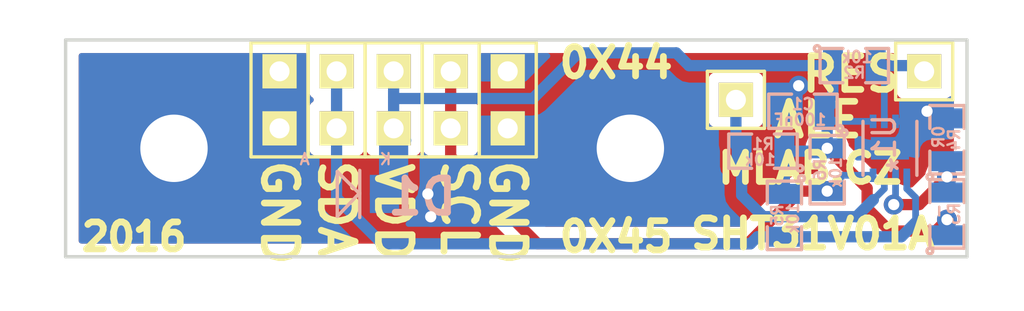
<source format=kicad_pcb>
(kicad_pcb (version 20170123) (host pcbnew "(2017-02-05 revision 431abcf)-makepkg")

  (general
    (links 32)
    (no_connects 0)
    (area 117.475 79.4545 164.005143 93.980001)
    (thickness 1.6)
    (drawings 16)
    (tracks 82)
    (zones 0)
    (modules 18)
    (nets 8)
  )

  (page A4)
  (layers
    (0 F.Cu signal)
    (31 B.Cu signal)
    (32 B.Adhes user)
    (33 F.Adhes user)
    (34 B.Paste user)
    (35 F.Paste user)
    (36 B.SilkS user)
    (37 F.SilkS user)
    (38 B.Mask user hide)
    (39 F.Mask user)
    (40 Dwgs.User user)
    (41 Cmts.User user)
    (42 Eco1.User user)
    (43 Eco2.User user)
    (44 Edge.Cuts user)
    (45 Margin user)
    (46 B.CrtYd user)
    (47 F.CrtYd user)
    (48 B.Fab user)
    (49 F.Fab user)
  )

  (setup
    (last_trace_width 0.3)
    (user_trace_width 0.3)
    (user_trace_width 0.4)
    (user_trace_width 0.5)
    (user_trace_width 0.6)
    (user_trace_width 1.3)
    (trace_clearance 0.2)
    (zone_clearance 0.508)
    (zone_45_only yes)
    (trace_min 0.2)
    (segment_width 0.2)
    (edge_width 0.15)
    (via_size 0.89)
    (via_drill 0.5)
    (via_min_size 0.4)
    (via_min_drill 0.3)
    (uvia_size 0.3)
    (uvia_drill 0.127)
    (uvias_allowed no)
    (uvia_min_size 0.2)
    (uvia_min_drill 0.1)
    (pcb_text_width 0.3)
    (pcb_text_size 1.5 1.5)
    (mod_edge_width 0.15)
    (mod_text_size 1 1)
    (mod_text_width 0.15)
    (pad_size 1.524 1.524)
    (pad_drill 0.762)
    (pad_to_mask_clearance 0.2)
    (solder_mask_min_width 0.2)
    (aux_axis_origin 0 0)
    (visible_elements 7FFFFF7F)
    (pcbplotparams
      (layerselection 0x010e0_ffffffff)
      (usegerberextensions false)
      (excludeedgelayer true)
      (linewidth 0.300000)
      (plotframeref false)
      (viasonmask false)
      (mode 1)
      (useauxorigin false)
      (hpglpennumber 1)
      (hpglpenspeed 20)
      (hpglpendiameter 15)
      (psnegative false)
      (psa4output false)
      (plotreference true)
      (plotvalue true)
      (plotinvisibletext false)
      (padsonsilk false)
      (subtractmaskfromsilk false)
      (outputformat 1)
      (mirror false)
      (drillshape 0)
      (scaleselection 1)
      (outputdirectory ../CAM_PROFI/))
  )

  (net 0 "")
  (net 1 /ALERT)
  (net 2 /nRESET)
  (net 3 +3V3)
  (net 4 /SDA)
  (net 5 /SCL)
  (net 6 GND)
  (net 7 "Net-(R3-Pad2)")

  (net_class Default "Toto je výchozí třída sítě."
    (clearance 0.2)
    (trace_width 0.3)
    (via_dia 0.89)
    (via_drill 0.5)
    (uvia_dia 0.3)
    (uvia_drill 0.127)
    (add_net +3V3)
    (add_net /ALERT)
    (add_net /SCL)
    (add_net /SDA)
    (add_net /nRESET)
    (add_net GND)
    (add_net "Net-(R3-Pad2)")
  )

  (module Mlab_Pin_Headers:Straight_1x01 (layer F.Cu) (tedit 56C1CC54) (tstamp 56C25D40)
    (at 150.241 84.582)
    (descr "pin header straight 1x01")
    (tags "pin header straight 1x01")
    (path /56C1A5C2)
    (fp_text reference J1 (at 0 -2.54) (layer F.SilkS) hide
      (effects (font (size 1.5 1.5) (thickness 0.15)))
    )
    (fp_text value CONN1_1 (at 0 2.54) (layer F.SilkS) hide
      (effects (font (size 1.5 1.5) (thickness 0.15)))
    )
    (fp_text user 1 (at -1.651 0) (layer F.SilkS) hide
      (effects (font (size 0.5 0.5) (thickness 0.05)))
    )
    (fp_line (start -1.27 -1.27) (end 1.27 -1.27) (layer F.SilkS) (width 0.15))
    (fp_line (start 1.27 -1.27) (end 1.27 1.27) (layer F.SilkS) (width 0.15))
    (fp_line (start 1.27 1.27) (end -1.27 1.27) (layer F.SilkS) (width 0.15))
    (fp_line (start -1.27 1.27) (end -1.27 -1.27) (layer F.SilkS) (width 0.15))
    (pad 1 thru_hole rect (at 0 0) (size 1.524 1.524) (drill 0.889) (layers *.Cu *.Mask F.SilkS)
      (net 1 /ALERT))
    (model Pin_Headers/Pin_Header_Straight_1x01.wrl
      (at (xyz 0 0 0))
      (scale (xyz 1 1 1))
      (rotate (xyz 0 0 90))
    )
  )

  (module Mlab_Pin_Headers:Straight_1x01 (layer F.Cu) (tedit 56C1CC5F) (tstamp 56C25D4A)
    (at 158.623 83.312)
    (descr "pin header straight 1x01")
    (tags "pin header straight 1x01")
    (path /56C1A764)
    (fp_text reference J2 (at 0 -2.54) (layer F.SilkS) hide
      (effects (font (size 1.5 1.5) (thickness 0.15)))
    )
    (fp_text value CONN1_1 (at 0 2.54) (layer F.SilkS) hide
      (effects (font (size 1.5 1.5) (thickness 0.15)))
    )
    (fp_text user 1 (at -1.651 0) (layer F.SilkS) hide
      (effects (font (size 0.5 0.5) (thickness 0.05)))
    )
    (fp_line (start -1.27 -1.27) (end 1.27 -1.27) (layer F.SilkS) (width 0.15))
    (fp_line (start 1.27 -1.27) (end 1.27 1.27) (layer F.SilkS) (width 0.15))
    (fp_line (start 1.27 1.27) (end -1.27 1.27) (layer F.SilkS) (width 0.15))
    (fp_line (start -1.27 1.27) (end -1.27 -1.27) (layer F.SilkS) (width 0.15))
    (pad 1 thru_hole rect (at 0 0) (size 1.524 1.524) (drill 0.889) (layers *.Cu *.Mask F.SilkS)
      (net 2 /nRESET))
    (model Pin_Headers/Pin_Header_Straight_1x01.wrl
      (at (xyz 0 0 0))
      (scale (xyz 1 1 1))
      (rotate (xyz 0 0 90))
    )
  )

  (module Mlab_Pin_Headers:Straight_1x02 (layer F.Cu) (tedit 5535DB0D) (tstamp 56C25D73)
    (at 135.001 84.582)
    (descr "pin header straight 1x02")
    (tags "pin header straight 1x02")
    (path /56C19DA8)
    (fp_text reference J9 (at 0 -3.81) (layer F.SilkS) hide
      (effects (font (size 1.5 1.5) (thickness 0.15)))
    )
    (fp_text value JUMP_2x1 (at 0 3.81) (layer F.SilkS) hide
      (effects (font (size 1.5 1.5) (thickness 0.15)))
    )
    (fp_text user 1 (at -1.651 -1.27) (layer F.SilkS) hide
      (effects (font (size 0.5 0.5) (thickness 0.05)))
    )
    (fp_line (start -1.27 -2.54) (end 1.27 -2.54) (layer F.SilkS) (width 0.15))
    (fp_line (start 1.27 -2.54) (end 1.27 2.54) (layer F.SilkS) (width 0.15))
    (fp_line (start 1.27 2.54) (end -1.27 2.54) (layer F.SilkS) (width 0.15))
    (fp_line (start -1.27 2.54) (end -1.27 -2.54) (layer F.SilkS) (width 0.15))
    (pad 2 thru_hole rect (at 0 1.27) (size 1.524 1.524) (drill 0.889) (layers *.Cu *.Mask F.SilkS)
      (net 3 +3V3))
    (pad 1 thru_hole rect (at 0 -1.27) (size 1.524 1.524) (drill 0.889) (layers *.Cu *.Mask F.SilkS)
      (net 3 +3V3))
    (model Pin_Headers/Pin_Header_Straight_1x02.wrl
      (at (xyz 0 0 0))
      (scale (xyz 1 1 1))
      (rotate (xyz 0 0 90))
    )
  )

  (module Mlab_Pin_Headers:Straight_1x02 (layer F.Cu) (tedit 5535DB0D) (tstamp 56C25D7E)
    (at 132.461 84.582)
    (descr "pin header straight 1x02")
    (tags "pin header straight 1x02")
    (path /56C19B98)
    (fp_text reference J10 (at 0 -3.81) (layer F.SilkS) hide
      (effects (font (size 1.5 1.5) (thickness 0.15)))
    )
    (fp_text value JUMP_2x1 (at 0 3.81) (layer F.SilkS) hide
      (effects (font (size 1.5 1.5) (thickness 0.15)))
    )
    (fp_text user 1 (at -1.651 -1.27) (layer F.SilkS) hide
      (effects (font (size 0.5 0.5) (thickness 0.05)))
    )
    (fp_line (start -1.27 -2.54) (end 1.27 -2.54) (layer F.SilkS) (width 0.15))
    (fp_line (start 1.27 -2.54) (end 1.27 2.54) (layer F.SilkS) (width 0.15))
    (fp_line (start 1.27 2.54) (end -1.27 2.54) (layer F.SilkS) (width 0.15))
    (fp_line (start -1.27 2.54) (end -1.27 -2.54) (layer F.SilkS) (width 0.15))
    (pad 2 thru_hole rect (at 0 1.27) (size 1.524 1.524) (drill 0.889) (layers *.Cu *.Mask F.SilkS)
      (net 4 /SDA))
    (pad 1 thru_hole rect (at 0 -1.27) (size 1.524 1.524) (drill 0.889) (layers *.Cu *.Mask F.SilkS)
      (net 4 /SDA))
    (model Pin_Headers/Pin_Header_Straight_1x02.wrl
      (at (xyz 0 0 0))
      (scale (xyz 1 1 1))
      (rotate (xyz 0 0 90))
    )
  )

  (module Mlab_Pin_Headers:Straight_1x02 (layer F.Cu) (tedit 5535DB0D) (tstamp 56C25D89)
    (at 137.541 84.582)
    (descr "pin header straight 1x02")
    (tags "pin header straight 1x02")
    (path /56C19D85)
    (fp_text reference J11 (at 0 -3.81) (layer F.SilkS) hide
      (effects (font (size 1.5 1.5) (thickness 0.15)))
    )
    (fp_text value JUMP_2x1 (at 0 3.81) (layer F.SilkS) hide
      (effects (font (size 1.5 1.5) (thickness 0.15)))
    )
    (fp_text user 1 (at -1.651 -1.27) (layer F.SilkS) hide
      (effects (font (size 0.5 0.5) (thickness 0.05)))
    )
    (fp_line (start -1.27 -2.54) (end 1.27 -2.54) (layer F.SilkS) (width 0.15))
    (fp_line (start 1.27 -2.54) (end 1.27 2.54) (layer F.SilkS) (width 0.15))
    (fp_line (start 1.27 2.54) (end -1.27 2.54) (layer F.SilkS) (width 0.15))
    (fp_line (start -1.27 2.54) (end -1.27 -2.54) (layer F.SilkS) (width 0.15))
    (pad 2 thru_hole rect (at 0 1.27) (size 1.524 1.524) (drill 0.889) (layers *.Cu *.Mask F.SilkS)
      (net 5 /SCL))
    (pad 1 thru_hole rect (at 0 -1.27) (size 1.524 1.524) (drill 0.889) (layers *.Cu *.Mask F.SilkS)
      (net 5 /SCL))
    (model Pin_Headers/Pin_Header_Straight_1x02.wrl
      (at (xyz 0 0 0))
      (scale (xyz 1 1 1))
      (rotate (xyz 0 0 90))
    )
  )

  (module Mlab_Pin_Headers:Straight_1x02 (layer F.Cu) (tedit 5535DB0D) (tstamp 56C25D94)
    (at 129.921 84.582)
    (descr "pin header straight 1x02")
    (tags "pin header straight 1x02")
    (path /56C19E76)
    (fp_text reference J12 (at 0 -3.81) (layer F.SilkS) hide
      (effects (font (size 1.5 1.5) (thickness 0.15)))
    )
    (fp_text value JUMP_2x1 (at 0 3.81) (layer F.SilkS) hide
      (effects (font (size 1.5 1.5) (thickness 0.15)))
    )
    (fp_text user 1 (at -1.651 -1.27) (layer F.SilkS) hide
      (effects (font (size 0.5 0.5) (thickness 0.05)))
    )
    (fp_line (start -1.27 -2.54) (end 1.27 -2.54) (layer F.SilkS) (width 0.15))
    (fp_line (start 1.27 -2.54) (end 1.27 2.54) (layer F.SilkS) (width 0.15))
    (fp_line (start 1.27 2.54) (end -1.27 2.54) (layer F.SilkS) (width 0.15))
    (fp_line (start -1.27 2.54) (end -1.27 -2.54) (layer F.SilkS) (width 0.15))
    (pad 2 thru_hole rect (at 0 1.27) (size 1.524 1.524) (drill 0.889) (layers *.Cu *.Mask F.SilkS)
      (net 6 GND))
    (pad 1 thru_hole rect (at 0 -1.27) (size 1.524 1.524) (drill 0.889) (layers *.Cu *.Mask F.SilkS)
      (net 6 GND))
    (model Pin_Headers/Pin_Header_Straight_1x02.wrl
      (at (xyz 0 0 0))
      (scale (xyz 1 1 1))
      (rotate (xyz 0 0 90))
    )
  )

  (module Mlab_Pin_Headers:Straight_1x02 (layer F.Cu) (tedit 5535DB0D) (tstamp 56C25D9F)
    (at 140.081 84.582)
    (descr "pin header straight 1x02")
    (tags "pin header straight 1x02")
    (path /56C19E9B)
    (fp_text reference J13 (at 0 -3.81) (layer F.SilkS) hide
      (effects (font (size 1.5 1.5) (thickness 0.15)))
    )
    (fp_text value JUMP_2x1 (at 0 3.81) (layer F.SilkS) hide
      (effects (font (size 1.5 1.5) (thickness 0.15)))
    )
    (fp_text user 1 (at -1.651 -1.27) (layer F.SilkS) hide
      (effects (font (size 0.5 0.5) (thickness 0.05)))
    )
    (fp_line (start -1.27 -2.54) (end 1.27 -2.54) (layer F.SilkS) (width 0.15))
    (fp_line (start 1.27 -2.54) (end 1.27 2.54) (layer F.SilkS) (width 0.15))
    (fp_line (start 1.27 2.54) (end -1.27 2.54) (layer F.SilkS) (width 0.15))
    (fp_line (start -1.27 2.54) (end -1.27 -2.54) (layer F.SilkS) (width 0.15))
    (pad 2 thru_hole rect (at 0 1.27) (size 1.524 1.524) (drill 0.889) (layers *.Cu *.Mask F.SilkS)
      (net 6 GND))
    (pad 1 thru_hole rect (at 0 -1.27) (size 1.524 1.524) (drill 0.889) (layers *.Cu *.Mask F.SilkS)
      (net 6 GND))
    (model Pin_Headers/Pin_Header_Straight_1x02.wrl
      (at (xyz 0 0 0))
      (scale (xyz 1 1 1))
      (rotate (xyz 0 0 90))
    )
  )

  (module Mlab_Mechanical:MountingHole_3mm placed (layer F.Cu) (tedit 5535DB2C) (tstamp 56C25DA5)
    (at 145.542 86.741)
    (descr "Mounting hole, Befestigungsbohrung, 3mm, No Annular, Kein Restring,")
    (tags "Mounting hole, Befestigungsbohrung, 3mm, No Annular, Kein Restring,")
    (path /56C1C849)
    (fp_text reference M1 (at 0 -4.191) (layer F.SilkS) hide
      (effects (font (thickness 0.3048)))
    )
    (fp_text value HOLE (at 0 4.191) (layer F.SilkS) hide
      (effects (font (thickness 0.3048)))
    )
    (fp_circle (center 0 0) (end 2.99974 0) (layer Cmts.User) (width 0.381))
    (pad 1 thru_hole circle (at 0 0) (size 6 6) (drill 3) (layers *.Cu *.Adhes *.Mask)
      (net 6 GND) (clearance 1) (zone_connect 2))
  )

  (module Mlab_Mechanical:MountingHole_3mm placed (layer F.Cu) (tedit 5535DB2C) (tstamp 56C25DAB)
    (at 125.222 86.741)
    (descr "Mounting hole, Befestigungsbohrung, 3mm, No Annular, Kein Restring,")
    (tags "Mounting hole, Befestigungsbohrung, 3mm, No Annular, Kein Restring,")
    (path /56C1CA93)
    (fp_text reference M2 (at 0 -4.191) (layer F.SilkS) hide
      (effects (font (thickness 0.3048)))
    )
    (fp_text value HOLE (at 0 4.191) (layer F.SilkS) hide
      (effects (font (thickness 0.3048)))
    )
    (fp_circle (center 0 0) (end 2.99974 0) (layer Cmts.User) (width 0.381))
    (pad 1 thru_hole circle (at 0 0) (size 6 6) (drill 3) (layers *.Cu *.Adhes *.Mask)
      (net 6 GND) (clearance 1) (zone_connect 2))
  )

  (module Mlab_R:SMD-0805 (layer B.Cu) (tedit 54799E0C) (tstamp 56C25DB8)
    (at 151.4475 86.868 180)
    (path /56C1BBCA)
    (attr smd)
    (fp_text reference R1 (at 0 0.3175 180) (layer B.SilkS)
      (effects (font (size 0.50038 0.50038) (thickness 0.10922)) (justify mirror))
    )
    (fp_text value 10k (at 0.127 -0.381 180) (layer B.SilkS)
      (effects (font (size 0.50038 0.50038) (thickness 0.10922)) (justify mirror))
    )
    (fp_circle (center -1.651 -0.762) (end -1.651 -0.635) (layer B.SilkS) (width 0.15))
    (fp_line (start -0.508 -0.762) (end -1.524 -0.762) (layer B.SilkS) (width 0.15))
    (fp_line (start -1.524 -0.762) (end -1.524 0.762) (layer B.SilkS) (width 0.15))
    (fp_line (start -1.524 0.762) (end -0.508 0.762) (layer B.SilkS) (width 0.15))
    (fp_line (start 0.508 0.762) (end 1.524 0.762) (layer B.SilkS) (width 0.15))
    (fp_line (start 1.524 0.762) (end 1.524 -0.762) (layer B.SilkS) (width 0.15))
    (fp_line (start 1.524 -0.762) (end 0.508 -0.762) (layer B.SilkS) (width 0.15))
    (pad 1 smd rect (at -0.9525 0 180) (size 0.889 1.397) (layers B.Cu B.Paste B.Mask)
      (net 3 +3V3))
    (pad 2 smd rect (at 0.9525 0 180) (size 0.889 1.397) (layers B.Cu B.Paste B.Mask)
      (net 1 /ALERT))
    (model MLAB_3D/Resistors/chip_cms.wrl
      (at (xyz 0 0 0))
      (scale (xyz 0.1 0.1 0.1))
      (rotate (xyz 0 0 0))
    )
  )

  (module Mlab_R:SMD-0805 (layer B.Cu) (tedit 54799E0C) (tstamp 56C25DC5)
    (at 155.5115 83.058)
    (path /56C1BBD0)
    (attr smd)
    (fp_text reference R2 (at 0 0.3175) (layer B.SilkS)
      (effects (font (size 0.50038 0.50038) (thickness 0.10922)) (justify mirror))
    )
    (fp_text value 10k (at 0.127 -0.381) (layer B.SilkS)
      (effects (font (size 0.50038 0.50038) (thickness 0.10922)) (justify mirror))
    )
    (fp_circle (center -1.651 -0.762) (end -1.651 -0.635) (layer B.SilkS) (width 0.15))
    (fp_line (start -0.508 -0.762) (end -1.524 -0.762) (layer B.SilkS) (width 0.15))
    (fp_line (start -1.524 -0.762) (end -1.524 0.762) (layer B.SilkS) (width 0.15))
    (fp_line (start -1.524 0.762) (end -0.508 0.762) (layer B.SilkS) (width 0.15))
    (fp_line (start 0.508 0.762) (end 1.524 0.762) (layer B.SilkS) (width 0.15))
    (fp_line (start 1.524 0.762) (end 1.524 -0.762) (layer B.SilkS) (width 0.15))
    (fp_line (start 1.524 -0.762) (end 0.508 -0.762) (layer B.SilkS) (width 0.15))
    (pad 1 smd rect (at -0.9525 0) (size 0.889 1.397) (layers B.Cu B.Paste B.Mask)
      (net 3 +3V3))
    (pad 2 smd rect (at 0.9525 0) (size 0.889 1.397) (layers B.Cu B.Paste B.Mask)
      (net 2 /nRESET))
    (model MLAB_3D/Resistors/chip_cms.wrl
      (at (xyz 0 0 0))
      (scale (xyz 0.1 0.1 0.1))
      (rotate (xyz 0 0 0))
    )
  )

  (module Mlab_R:SMD-0805 (layer B.Cu) (tedit 54799E0C) (tstamp 56C25DD2)
    (at 159.639 89.662 90)
    (path /56C1A90F)
    (attr smd)
    (fp_text reference R3 (at 0 0.3175 90) (layer B.SilkS)
      (effects (font (size 0.50038 0.50038) (thickness 0.10922)) (justify mirror))
    )
    (fp_text value - (at 0.127 -0.381 90) (layer B.SilkS)
      (effects (font (size 0.50038 0.50038) (thickness 0.10922)) (justify mirror))
    )
    (fp_circle (center -1.651 -0.762) (end -1.651 -0.635) (layer B.SilkS) (width 0.15))
    (fp_line (start -0.508 -0.762) (end -1.524 -0.762) (layer B.SilkS) (width 0.15))
    (fp_line (start -1.524 -0.762) (end -1.524 0.762) (layer B.SilkS) (width 0.15))
    (fp_line (start -1.524 0.762) (end -0.508 0.762) (layer B.SilkS) (width 0.15))
    (fp_line (start 0.508 0.762) (end 1.524 0.762) (layer B.SilkS) (width 0.15))
    (fp_line (start 1.524 0.762) (end 1.524 -0.762) (layer B.SilkS) (width 0.15))
    (fp_line (start 1.524 -0.762) (end 0.508 -0.762) (layer B.SilkS) (width 0.15))
    (pad 1 smd rect (at -0.9525 0 90) (size 0.889 1.397) (layers B.Cu B.Paste B.Mask)
      (net 3 +3V3))
    (pad 2 smd rect (at 0.9525 0 90) (size 0.889 1.397) (layers B.Cu B.Paste B.Mask)
      (net 7 "Net-(R3-Pad2)"))
    (model MLAB_3D/Resistors/chip_cms.wrl
      (at (xyz 0 0 0))
      (scale (xyz 0.1 0.1 0.1))
      (rotate (xyz 0 0 0))
    )
  )

  (module Mlab_R:SMD-0805 (layer B.Cu) (tedit 54799E0C) (tstamp 56C25DDF)
    (at 159.639 86.36 90)
    (path /56C1AAEA)
    (attr smd)
    (fp_text reference R4 (at 0 0.3175 90) (layer B.SilkS)
      (effects (font (size 0.50038 0.50038) (thickness 0.10922)) (justify mirror))
    )
    (fp_text value 0R (at 0.127 -0.381 90) (layer B.SilkS)
      (effects (font (size 0.50038 0.50038) (thickness 0.10922)) (justify mirror))
    )
    (fp_circle (center -1.651 -0.762) (end -1.651 -0.635) (layer B.SilkS) (width 0.15))
    (fp_line (start -0.508 -0.762) (end -1.524 -0.762) (layer B.SilkS) (width 0.15))
    (fp_line (start -1.524 -0.762) (end -1.524 0.762) (layer B.SilkS) (width 0.15))
    (fp_line (start -1.524 0.762) (end -0.508 0.762) (layer B.SilkS) (width 0.15))
    (fp_line (start 0.508 0.762) (end 1.524 0.762) (layer B.SilkS) (width 0.15))
    (fp_line (start 1.524 0.762) (end 1.524 -0.762) (layer B.SilkS) (width 0.15))
    (fp_line (start 1.524 -0.762) (end 0.508 -0.762) (layer B.SilkS) (width 0.15))
    (pad 1 smd rect (at -0.9525 0 90) (size 0.889 1.397) (layers B.Cu B.Paste B.Mask)
      (net 7 "Net-(R3-Pad2)"))
    (pad 2 smd rect (at 0.9525 0 90) (size 0.889 1.397) (layers B.Cu B.Paste B.Mask)
      (net 6 GND))
    (model MLAB_3D/Resistors/chip_cms.wrl
      (at (xyz 0 0 0))
      (scale (xyz 0.1 0.1 0.1))
      (rotate (xyz 0 0 0))
    )
  )

  (module Mlab_R:SMD-0805 (layer B.Cu) (tedit 54799E0C) (tstamp 56C25DEC)
    (at 152.4 89.7255 270)
    (path /56C197F1)
    (attr smd)
    (fp_text reference R5 (at 0 0.3175 270) (layer B.SilkS)
      (effects (font (size 0.50038 0.50038) (thickness 0.10922)) (justify mirror))
    )
    (fp_text value 10k (at 0.127 -0.381 270) (layer B.SilkS)
      (effects (font (size 0.50038 0.50038) (thickness 0.10922)) (justify mirror))
    )
    (fp_circle (center -1.651 -0.762) (end -1.651 -0.635) (layer B.SilkS) (width 0.15))
    (fp_line (start -0.508 -0.762) (end -1.524 -0.762) (layer B.SilkS) (width 0.15))
    (fp_line (start -1.524 -0.762) (end -1.524 0.762) (layer B.SilkS) (width 0.15))
    (fp_line (start -1.524 0.762) (end -0.508 0.762) (layer B.SilkS) (width 0.15))
    (fp_line (start 0.508 0.762) (end 1.524 0.762) (layer B.SilkS) (width 0.15))
    (fp_line (start 1.524 0.762) (end 1.524 -0.762) (layer B.SilkS) (width 0.15))
    (fp_line (start 1.524 -0.762) (end 0.508 -0.762) (layer B.SilkS) (width 0.15))
    (pad 1 smd rect (at -0.9525 0 270) (size 0.889 1.397) (layers B.Cu B.Paste B.Mask)
      (net 3 +3V3))
    (pad 2 smd rect (at 0.9525 0 270) (size 0.889 1.397) (layers B.Cu B.Paste B.Mask)
      (net 4 /SDA))
    (model MLAB_3D/Resistors/chip_cms.wrl
      (at (xyz 0 0 0))
      (scale (xyz 0.1 0.1 0.1))
      (rotate (xyz 0 0 0))
    )
  )

  (module Mlab_R:SMD-0805 (layer B.Cu) (tedit 54799E0C) (tstamp 56C25DF9)
    (at 154.305 87.6935 270)
    (path /56C19962)
    (attr smd)
    (fp_text reference R6 (at 0 0.3175 270) (layer B.SilkS)
      (effects (font (size 0.50038 0.50038) (thickness 0.10922)) (justify mirror))
    )
    (fp_text value 10k (at 0.127 -0.381 270) (layer B.SilkS)
      (effects (font (size 0.50038 0.50038) (thickness 0.10922)) (justify mirror))
    )
    (fp_circle (center -1.651 -0.762) (end -1.651 -0.635) (layer B.SilkS) (width 0.15))
    (fp_line (start -0.508 -0.762) (end -1.524 -0.762) (layer B.SilkS) (width 0.15))
    (fp_line (start -1.524 -0.762) (end -1.524 0.762) (layer B.SilkS) (width 0.15))
    (fp_line (start -1.524 0.762) (end -0.508 0.762) (layer B.SilkS) (width 0.15))
    (fp_line (start 0.508 0.762) (end 1.524 0.762) (layer B.SilkS) (width 0.15))
    (fp_line (start 1.524 0.762) (end 1.524 -0.762) (layer B.SilkS) (width 0.15))
    (fp_line (start 1.524 -0.762) (end 0.508 -0.762) (layer B.SilkS) (width 0.15))
    (pad 1 smd rect (at -0.9525 0 270) (size 0.889 1.397) (layers B.Cu B.Paste B.Mask)
      (net 3 +3V3))
    (pad 2 smd rect (at 0.9525 0 270) (size 0.889 1.397) (layers B.Cu B.Paste B.Mask)
      (net 5 /SCL))
    (model MLAB_3D/Resistors/chip_cms.wrl
      (at (xyz 0 0 0))
      (scale (xyz 0.1 0.1 0.1))
      (rotate (xyz 0 0 0))
    )
  )

  (module Mlab_R:SMD-0805 (layer B.Cu) (tedit 54799E0C) (tstamp 56C28E5D)
    (at 153.2255 85.09 180)
    (path /56C20231)
    (attr smd)
    (fp_text reference C1 (at 0 0.3175 180) (layer B.SilkS)
      (effects (font (size 0.50038 0.50038) (thickness 0.10922)) (justify mirror))
    )
    (fp_text value 100nF (at 0.127 -0.381 180) (layer B.SilkS)
      (effects (font (size 0.50038 0.50038) (thickness 0.10922)) (justify mirror))
    )
    (fp_circle (center -1.651 -0.762) (end -1.651 -0.635) (layer B.SilkS) (width 0.15))
    (fp_line (start -0.508 -0.762) (end -1.524 -0.762) (layer B.SilkS) (width 0.15))
    (fp_line (start -1.524 -0.762) (end -1.524 0.762) (layer B.SilkS) (width 0.15))
    (fp_line (start -1.524 0.762) (end -0.508 0.762) (layer B.SilkS) (width 0.15))
    (fp_line (start 0.508 0.762) (end 1.524 0.762) (layer B.SilkS) (width 0.15))
    (fp_line (start 1.524 0.762) (end 1.524 -0.762) (layer B.SilkS) (width 0.15))
    (fp_line (start 1.524 -0.762) (end 0.508 -0.762) (layer B.SilkS) (width 0.15))
    (pad 1 smd rect (at -0.9525 0 180) (size 0.889 1.397) (layers B.Cu B.Paste B.Mask)
      (net 3 +3V3))
    (pad 2 smd rect (at 0.9525 0 180) (size 0.889 1.397) (layers B.Cu B.Paste B.Mask)
      (net 6 GND))
    (model MLAB_3D/Resistors/chip_cms.wrl
      (at (xyz 0 0 0))
      (scale (xyz 0.1 0.1 0.1))
      (rotate (xyz 0 0 0))
    )
  )

  (module Mlab_IO:DFN-8-1EP_2.4x2.4mm_Pitch0.5mm (layer B.Cu) (tedit 56E1185F) (tstamp 56C28E71)
    (at 157.099 86.741 90)
    (descr "DFN8 2x2, 0.5mm pin")
    (tags "DFN 0.5")
    (path /56C19730)
    (attr smd)
    (fp_text reference U1 (at 0.508 -0.254 90) (layer B.SilkS)
      (effects (font (size 1 1) (thickness 0.15)) (justify mirror))
    )
    (fp_text value SHT31 (at 0 -2.075 90) (layer B.Fab)
      (effects (font (size 1 1) (thickness 0.15)) (justify mirror))
    )
    (fp_text user * (at -0.7493 0.4318 90) (layer B.SilkS)
      (effects (font (size 1 1) (thickness 0.15)) (justify mirror))
    )
    (fp_line (start -1.2 1.2) (end 1.2 1.2) (layer B.SilkS) (width 0.15))
    (fp_line (start -1.4 1.35) (end -1.4 -1.35) (layer B.CrtYd) (width 0.05))
    (fp_line (start 1.4 1.35) (end 1.4 -1.35) (layer B.CrtYd) (width 0.05))
    (fp_line (start -1.4 1.35) (end 1.4 1.35) (layer B.CrtYd) (width 0.05))
    (fp_line (start -1.4 -1.35) (end 1.4 -1.35) (layer B.CrtYd) (width 0.05))
    (fp_line (start -1.2 -1.2) (end 1.2 -1.2) (layer B.SilkS) (width 0.15))
    (pad 1 smd rect (at -1.2 0.75 90) (size 0.6 0.3) (layers B.Cu B.Paste B.Mask)
      (net 4 /SDA))
    (pad 2 smd rect (at -1.2 0.25 90) (size 0.6 0.3) (layers B.Cu B.Paste B.Mask)
      (net 7 "Net-(R3-Pad2)"))
    (pad 3 smd rect (at -1.2 -0.25 90) (size 0.6 0.3) (layers B.Cu B.Paste B.Mask)
      (net 1 /ALERT))
    (pad 4 smd rect (at -1.2 -0.75 90) (size 0.6 0.3) (layers B.Cu B.Paste B.Mask)
      (net 5 /SCL))
    (pad 5 smd rect (at 1.2 -0.75 90) (size 0.6 0.3) (layers B.Cu B.Paste B.Mask)
      (net 3 +3V3))
    (pad 6 smd rect (at 1.2 -0.25 90) (size 0.6 0.3) (layers B.Cu B.Paste B.Mask)
      (net 2 /nRESET))
    (pad 7 smd rect (at 1.2 0.25 90) (size 0.6 0.3) (layers B.Cu B.Paste B.Mask)
      (net 6 GND))
    (pad 8 smd rect (at 1.2 0.75 90) (size 0.6 0.3) (layers B.Cu B.Paste B.Mask)
      (net 6 GND))
    (pad 9 smd rect (at 0 0 90) (size 1 1.7) (layers B.Cu B.Paste B.Mask)
      (net 6 GND) (solder_paste_margin_ratio -0.2))
    (model Housings_DFN_QFN.3dshapes/DFN-8-1EP_2x2mm_Pitch0.5mm.wrl
      (at (xyz 0 0 0))
      (scale (xyz 1 1 1))
      (rotate (xyz 0 0 0))
    )
  )

  (module Mlab_D:Diode-MiniMELF_Standard (layer B.Cu) (tedit 547999ED) (tstamp 56C1AF1E)
    (at 132.842 88.773)
    (descr "Diode Mini-MELF Standard")
    (tags "Diode Mini-MELF Standard")
    (path /56C21A96)
    (attr smd)
    (fp_text reference D1 (at 3.429 0.127) (layer B.SilkS)
      (effects (font (thickness 0.3048)) (justify mirror))
    )
    (fp_text value BZV55C-5,6V (at 0 -3.81) (layer B.SilkS) hide
      (effects (font (thickness 0.3048)) (justify mirror))
    )
    (fp_line (start 0.65024 -0.0508) (end -0.35052 1.00076) (layer B.SilkS) (width 0.15))
    (fp_line (start -0.35052 1.00076) (end -0.35052 -1.00076) (layer B.SilkS) (width 0.15))
    (fp_line (start -0.35052 -1.00076) (end 0.65024 0) (layer B.SilkS) (width 0.15))
    (fp_line (start 0.65024 1.04902) (end 0.65024 -1.04902) (layer B.SilkS) (width 0.15))
    (fp_text user A (at -1.80086 -1.5494) (layer B.SilkS)
      (effects (font (size 0.50038 0.50038) (thickness 0.09906)) (justify mirror))
    )
    (fp_text user K (at 1.80086 -1.5494) (layer B.SilkS)
      (effects (font (size 0.50038 0.50038) (thickness 0.09906)) (justify mirror))
    )
    (fp_circle (center 0 0) (end 0 -0.55118) (layer B.Adhes) (width 0.381))
    (fp_circle (center 0 0) (end 0 -0.20066) (layer B.Adhes) (width 0.381))
    (pad 1 smd rect (at -1.75006 0) (size 1.30048 1.69926) (layers B.Cu B.Paste B.Mask)
      (net 6 GND))
    (pad 2 smd rect (at 1.75006 0) (size 1.30048 1.69926) (layers B.Cu B.Paste B.Mask)
      (net 3 +3V3))
    (model MLAB_3D/Diodes/MiniMELF_DO213AA.wrl
      (at (xyz 0 0 0))
      (scale (xyz 0.3937 0.3937 0.3937))
      (rotate (xyz 0 0 0))
    )
  )

  (gr_text 0X45 (at 144.907 90.678) (layer F.SilkS)
    (effects (font (size 1.3 1.3) (thickness 0.3)))
  )
  (gr_text 0X44 (at 144.907 82.931) (layer F.SilkS)
    (effects (font (size 1.3 1.3) (thickness 0.3)))
  )
  (gr_text 2016 (at 123.444 90.678) (layer F.SilkS)
    (effects (font (size 1.2 1.2) (thickness 0.3)))
  )
  (gr_text MLAB.CZ (at 153.543 87.63) (layer F.SilkS)
    (effects (font (size 1.3 1.3) (thickness 0.3)))
  )
  (gr_text SHT31V01A (at 153.67 90.551) (layer F.SilkS)
    (effects (font (size 1.3 1.3) (thickness 0.3)))
  )
  (gr_text ALE (at 151.765 85.471) (layer F.SilkS)
    (effects (font (size 1.5 1.5) (thickness 0.3)) (justify left))
  )
  (gr_text RES (at 153.035 83.439) (layer F.SilkS)
    (effects (font (size 1.5 1.5) (thickness 0.3)) (justify left))
  )
  (gr_text GND (at 140.081 87.122 270) (layer F.SilkS)
    (effects (font (size 1.5 1.5) (thickness 0.3)) (justify left))
  )
  (gr_text SCL (at 137.922 87.122 270) (layer F.SilkS)
    (effects (font (size 1.5 1.5) (thickness 0.3)) (justify left))
  )
  (gr_text VDD (at 135.001 87.249 270) (layer F.SilkS)
    (effects (font (size 1.5 1.5) (thickness 0.3)) (justify left))
  )
  (gr_text SDA (at 132.461 87.122 270) (layer F.SilkS)
    (effects (font (size 1.5 1.5) (thickness 0.3)) (justify left))
  )
  (gr_text GND (at 129.921 87.122 270) (layer F.SilkS)
    (effects (font (size 1.5 1.5) (thickness 0.3)) (justify left))
  )
  (gr_line (start 120.396 91.567) (end 120.396 81.915) (angle 90) (layer Edge.Cuts) (width 0.15))
  (gr_line (start 120.396 91.567) (end 160.528 91.567) (angle 90) (layer Edge.Cuts) (width 0.15))
  (gr_line (start 160.528 81.915) (end 160.528 91.567) (angle 90) (layer Edge.Cuts) (width 0.15))
  (gr_line (start 120.396 81.915) (end 160.528 81.915) (angle 90) (layer Edge.Cuts) (width 0.15))

  (segment (start 150.495 86.868) (end 150.495 88.821002) (width 0.5) (layer B.Cu) (net 1))
  (segment (start 150.495 88.821002) (end 151.457497 89.783499) (width 0.5) (layer B.Cu) (net 1))
  (segment (start 155.606501 89.783499) (end 156.363 89.027) (width 0.5) (layer B.Cu) (net 1))
  (segment (start 151.457497 89.783499) (end 155.606501 89.783499) (width 0.5) (layer B.Cu) (net 1))
  (segment (start 150.241 84.582) (end 150.241 86.614) (width 0.5) (layer B.Cu) (net 1))
  (segment (start 150.241 86.614) (end 150.495 86.868) (width 0.5) (layer B.Cu) (net 1))
  (segment (start 156.849 87.941) (end 156.849 88.541) (width 0.3) (layer B.Cu) (net 1))
  (segment (start 156.849 88.541) (end 156.363 89.027) (width 0.3) (layer B.Cu) (net 1))
  (segment (start 156.464 83.058) (end 158.369 83.058) (width 0.5) (layer B.Cu) (net 2))
  (segment (start 158.369 83.058) (end 158.623 83.312) (width 0.5) (layer B.Cu) (net 2))
  (segment (start 156.849 85.541) (end 156.849 83.443) (width 0.3) (layer B.Cu) (net 2))
  (segment (start 156.849 83.443) (end 156.464 83.058) (width 0.3) (layer B.Cu) (net 2))
  (segment (start 135.001 85.852) (end 135.001 88.36406) (width 1.3) (layer B.Cu) (net 3))
  (segment (start 135.001 88.36406) (end 134.59206 88.773) (width 1.3) (layer B.Cu) (net 3))
  (segment (start 156.083 88.519) (end 154.305 86.741) (width 0.5) (layer F.Cu) (net 3))
  (segment (start 156.083 89.408) (end 156.083 88.519) (width 0.5) (layer F.Cu) (net 3))
  (segment (start 159.639 89.916) (end 159.131 90.424) (width 0.5) (layer F.Cu) (net 3))
  (segment (start 159.131 90.424) (end 157.099 90.424) (width 0.5) (layer F.Cu) (net 3))
  (segment (start 157.099 90.424) (end 156.083 89.408) (width 0.5) (layer F.Cu) (net 3))
  (via (at 154.305 86.741) (size 0.89) (drill 0.5) (layers F.Cu B.Cu) (net 3))
  (segment (start 159.639 90.6145) (end 159.639 89.916) (width 0.5) (layer B.Cu) (net 3))
  (via (at 159.639 89.916) (size 0.89) (drill 0.5) (layers F.Cu B.Cu) (net 3))
  (segment (start 135.53694 86.38794) (end 135.001 85.852) (width 0.5) (layer B.Cu) (net 3))
  (segment (start 152.4 88.773) (end 152.4 86.868) (width 0.5) (layer B.Cu) (net 3))
  (segment (start 156.349 85.541) (end 154.629 85.541) (width 0.3) (layer B.Cu) (net 3))
  (segment (start 154.629 85.541) (end 154.178 85.09) (width 0.3) (layer B.Cu) (net 3))
  (segment (start 154.559 83.058) (end 154.559 84.709) (width 0.5) (layer B.Cu) (net 3))
  (segment (start 154.559 84.709) (end 154.178 85.09) (width 0.5) (layer B.Cu) (net 3))
  (segment (start 154.305 86.741) (end 154.305 85.217) (width 0.5) (layer B.Cu) (net 3))
  (segment (start 154.305 85.217) (end 154.178 85.09) (width 0.5) (layer B.Cu) (net 3))
  (segment (start 152.4 86.868) (end 154.178 86.868) (width 0.5) (layer B.Cu) (net 3))
  (segment (start 154.178 86.868) (end 154.305 86.741) (width 0.5) (layer B.Cu) (net 3))
  (segment (start 135.001 85.852) (end 135.001 84.455) (width 0.5) (layer B.Cu) (net 3))
  (segment (start 135.001 84.455) (end 135.001 83.312) (width 0.5) (layer B.Cu) (net 3))
  (segment (start 154.559 83.058) (end 148.149002 83.058) (width 0.5) (layer B.Cu) (net 3))
  (segment (start 148.149002 83.058) (end 147.582001 82.490999) (width 0.5) (layer B.Cu) (net 3))
  (segment (start 147.582001 82.490999) (end 143.236003 82.490999) (width 0.5) (layer B.Cu) (net 3))
  (segment (start 143.236003 82.490999) (end 141.203001 84.524001) (width 0.5) (layer B.Cu) (net 3))
  (segment (start 141.203001 84.524001) (end 135.070001 84.524001) (width 0.5) (layer B.Cu) (net 3))
  (segment (start 135.070001 84.524001) (end 135.001 84.455) (width 0.5) (layer B.Cu) (net 3))
  (segment (start 152.4 90.678) (end 151.2015 90.678) (width 0.5) (layer B.Cu) (net 4))
  (segment (start 151.2015 90.678) (end 150.888499 90.991001) (width 0.5) (layer B.Cu) (net 4))
  (segment (start 150.888499 90.991001) (end 134.500189 90.991001) (width 0.5) (layer B.Cu) (net 4))
  (segment (start 134.500189 90.991001) (end 132.461 88.951812) (width 0.5) (layer B.Cu) (net 4))
  (segment (start 132.461 88.951812) (end 132.461 87.114) (width 0.5) (layer B.Cu) (net 4))
  (segment (start 132.461 87.114) (end 132.461 85.852) (width 0.5) (layer B.Cu) (net 4))
  (segment (start 132.461 83.312) (end 132.461 85.852) (width 0.5) (layer B.Cu) (net 4))
  (segment (start 158.242 90.043) (end 157.607 90.678) (width 0.5) (layer B.Cu) (net 4))
  (segment (start 157.607 90.678) (end 152.4 90.678) (width 0.5) (layer B.Cu) (net 4))
  (segment (start 158.242 88.934) (end 158.242 90.043) (width 0.3) (layer B.Cu) (net 4))
  (segment (start 157.849 87.941) (end 157.849 88.541) (width 0.3) (layer B.Cu) (net 4))
  (segment (start 157.849 88.541) (end 158.242 88.934) (width 0.3) (layer B.Cu) (net 4))
  (segment (start 137.541 85.852) (end 137.541 83.312) (width 0.5) (layer F.Cu) (net 5))
  (segment (start 137.541 85.852) (end 137.541 87.114) (width 0.5) (layer F.Cu) (net 5))
  (segment (start 137.541 87.114) (end 141.418001 90.991001) (width 0.5) (layer F.Cu) (net 5))
  (segment (start 141.418001 90.991001) (end 150.761499 90.991001) (width 0.5) (layer F.Cu) (net 5))
  (segment (start 150.761499 90.991001) (end 153.1065 88.646) (width 0.5) (layer F.Cu) (net 5))
  (segment (start 153.1065 88.646) (end 154.305 88.646) (width 0.5) (layer F.Cu) (net 5))
  (via (at 154.305 88.646) (size 0.89) (drill 0.5) (layers F.Cu B.Cu) (net 5))
  (segment (start 156.349 87.941) (end 155.01 87.941) (width 0.3) (layer B.Cu) (net 5))
  (segment (start 155.01 87.941) (end 154.305 88.646) (width 0.3) (layer B.Cu) (net 5))
  (segment (start 136.525 88.773) (end 136.652 89.789) (width 0.3) (layer B.Cu) (net 6))
  (via (at 136.652 89.789) (size 0.89) (drill 0.5) (layers F.Cu B.Cu) (net 6))
  (segment (start 129.921 85.852) (end 129.921 86.914) (width 0.3) (layer F.Cu) (net 6))
  (segment (start 129.921 86.914) (end 132.161 89.154) (width 0.3) (layer F.Cu) (net 6))
  (segment (start 132.161 89.154) (end 136.525 88.773) (width 0.3) (layer F.Cu) (net 6))
  (via (at 136.525 88.773) (size 0.89) (drill 0.5) (layers F.Cu B.Cu) (net 6))
  (segment (start 157.349 85.541) (end 157.849 85.541) (width 0.3) (layer B.Cu) (net 6))
  (segment (start 159.639 85.4075) (end 159.0675 85.4075) (width 0.5) (layer B.Cu) (net 6))
  (segment (start 159.0675 85.4075) (end 158.75 85.09) (width 0.5) (layer B.Cu) (net 6))
  (via (at 158.75 85.09) (size 0.89) (drill 0.5) (layers F.Cu B.Cu) (net 6))
  (segment (start 152.273 85.09) (end 152.273 84.71501) (width 0.5) (layer B.Cu) (net 6))
  (segment (start 152.273 84.71501) (end 153.035 83.95301) (width 0.5) (layer B.Cu) (net 6))
  (via (at 153.035 83.95301) (size 0.89) (drill 0.5) (layers F.Cu B.Cu) (net 6))
  (segment (start 159.639 88.7095) (end 159.639 88.011) (width 0.5) (layer B.Cu) (net 7))
  (segment (start 159.639 88.011) (end 159.639 87.3125) (width 0.5) (layer B.Cu) (net 7))
  (segment (start 157.268139 89.246174) (end 158.403826 89.246174) (width 0.5) (layer F.Cu) (net 7))
  (segment (start 158.403826 89.246174) (end 159.639 88.011) (width 0.5) (layer F.Cu) (net 7))
  (via (at 159.639 88.011) (size 0.89) (drill 0.5) (layers F.Cu B.Cu) (net 7))
  (segment (start 157.349 87.941) (end 157.349 89.165313) (width 0.3) (layer B.Cu) (net 7))
  (segment (start 157.349 89.165313) (end 157.268139 89.246174) (width 0.3) (layer B.Cu) (net 7))
  (via (at 157.268139 89.246174) (size 0.89) (drill 0.5) (layers F.Cu B.Cu) (net 7))

  (zone (net 6) (net_name GND) (layer F.Cu) (tstamp 56C1CA9C) (hatch edge 0.508)
    (priority 1)
    (connect_pads yes (clearance 0.508))
    (min_thickness 0.254)
    (fill yes (arc_segments 16) (thermal_gap 0.508) (thermal_bridge_width 0.508))
    (polygon
      (pts
        (xy 120.015 81.661) (xy 161.163 81.661) (xy 161.163 92.456) (xy 118.745 92.456) (xy 118.745 81.661)
        (xy 119.888 81.661)
      )
    )
    (filled_polygon
      (pts
        (xy 131.05156 84.074) (xy 131.100843 84.321765) (xy 131.241191 84.531809) (xy 131.316307 84.582) (xy 131.241191 84.632191)
        (xy 131.100843 84.842235) (xy 131.05156 85.09) (xy 131.05156 86.614) (xy 131.100843 86.861765) (xy 131.241191 87.071809)
        (xy 131.451235 87.212157) (xy 131.699 87.26144) (xy 133.223 87.26144) (xy 133.470765 87.212157) (xy 133.680809 87.071809)
        (xy 133.731 86.996693) (xy 133.781191 87.071809) (xy 133.991235 87.212157) (xy 134.239 87.26144) (xy 135.763 87.26144)
        (xy 136.010765 87.212157) (xy 136.220809 87.071809) (xy 136.271 86.996693) (xy 136.321191 87.071809) (xy 136.531235 87.212157)
        (xy 136.681468 87.24204) (xy 136.703653 87.353569) (xy 136.723367 87.452675) (xy 136.870132 87.672325) (xy 136.91521 87.73979)
        (xy 140.032421 90.857) (xy 121.106 90.857) (xy 121.106 82.625) (xy 131.05156 82.625)
      )
    )
    (filled_polygon
      (pts
        (xy 157.21356 84.074) (xy 157.262843 84.321765) (xy 157.403191 84.531809) (xy 157.613235 84.672157) (xy 157.861 84.72144)
        (xy 159.385 84.72144) (xy 159.632765 84.672157) (xy 159.818 84.548386) (xy 159.818 86.931156) (xy 159.425117 86.930813)
        (xy 159.028029 87.094887) (xy 158.723955 87.398431) (xy 158.559188 87.795232) (xy 158.55915 87.839271) (xy 158.037246 88.361174)
        (xy 157.910701 88.361174) (xy 157.880708 88.331129) (xy 157.483907 88.166362) (xy 157.054256 88.165987) (xy 156.909665 88.225731)
        (xy 156.900633 88.180326) (xy 156.900633 88.180325) (xy 156.70879 87.89321) (xy 156.708787 87.893208) (xy 155.38515 86.56957)
        (xy 155.385187 86.527117) (xy 155.221113 86.130029) (xy 154.917569 85.825955) (xy 154.520768 85.661188) (xy 154.091117 85.660813)
        (xy 153.694029 85.824887) (xy 153.389955 86.128431) (xy 153.225188 86.525232) (xy 153.224813 86.954883) (xy 153.388887 87.351971)
        (xy 153.692431 87.656045) (xy 153.782363 87.693388) (xy 153.694029 87.729887) (xy 153.662862 87.761) (xy 153.106505 87.761)
        (xy 153.1065 87.760999) (xy 152.805806 87.820812) (xy 152.767825 87.828367) (xy 152.48071 88.02021) (xy 152.480708 88.020213)
        (xy 150.394919 90.106001) (xy 141.78458 90.106001) (xy 138.754563 87.075983) (xy 138.760809 87.071809) (xy 138.901157 86.861765)
        (xy 138.95044 86.614) (xy 138.95044 85.09) (xy 138.901157 84.842235) (xy 138.760809 84.632191) (xy 138.685693 84.582)
        (xy 138.760809 84.531809) (xy 138.901157 84.321765) (xy 138.95044 84.074) (xy 138.95044 83.82) (xy 148.83156 83.82)
        (xy 148.83156 85.344) (xy 148.880843 85.591765) (xy 149.021191 85.801809) (xy 149.231235 85.942157) (xy 149.479 85.99144)
        (xy 151.003 85.99144) (xy 151.250765 85.942157) (xy 151.460809 85.801809) (xy 151.601157 85.591765) (xy 151.65044 85.344)
        (xy 151.65044 83.82) (xy 151.601157 83.572235) (xy 151.460809 83.362191) (xy 151.250765 83.221843) (xy 151.003 83.17256)
        (xy 149.479 83.17256) (xy 149.231235 83.221843) (xy 149.021191 83.362191) (xy 148.880843 83.572235) (xy 148.83156 83.82)
        (xy 138.95044 83.82) (xy 138.95044 82.625) (xy 157.21356 82.625)
      )
    )
  )
  (zone (net 6) (net_name GND) (layer B.Cu) (tstamp 56C1CAB0) (hatch edge 0.508)
    (priority 1)
    (connect_pads yes (clearance 0.508))
    (min_thickness 0.254)
    (fill yes (arc_segments 16) (thermal_gap 0.508) (thermal_bridge_width 0.508))
    (polygon
      (pts
        (xy 117.729 80.137) (xy 163.068 80.137) (xy 163.068 93.98) (xy 117.475 93.98) (xy 117.475 80.137)
      )
    )
    (filled_polygon
      (pts
        (xy 131.05156 84.074) (xy 131.100843 84.321765) (xy 131.241191 84.531809) (xy 131.316307 84.582) (xy 131.241191 84.632191)
        (xy 131.100843 84.842235) (xy 131.05156 85.09) (xy 131.05156 86.614) (xy 131.100843 86.861765) (xy 131.241191 87.071809)
        (xy 131.451235 87.212157) (xy 131.576 87.236974) (xy 131.576 88.951807) (xy 131.575999 88.951812) (xy 131.628849 89.2175)
        (xy 131.643367 89.290487) (xy 131.760453 89.465719) (xy 131.83521 89.577602) (xy 133.114609 90.857) (xy 121.106 90.857)
        (xy 121.106 82.625) (xy 131.05156 82.625)
      )
    )
    (filled_polygon
      (pts
        (xy 147.52321 83.683787) (xy 147.523212 83.68379) (xy 147.613413 83.74406) (xy 147.810328 83.875634) (xy 148.149002 83.943001)
        (xy 148.149007 83.943) (xy 148.83156 83.943) (xy 148.83156 85.344) (xy 148.880843 85.591765) (xy 149.021191 85.801809)
        (xy 149.231235 85.942157) (xy 149.356 85.966974) (xy 149.356 86.613995) (xy 149.355999 86.614) (xy 149.40306 86.850586)
        (xy 149.40306 87.5665) (xy 149.452343 87.814265) (xy 149.592691 88.024309) (xy 149.61 88.035875) (xy 149.61 88.820997)
        (xy 149.609999 88.821002) (xy 149.665172 89.098367) (xy 149.677367 89.159677) (xy 149.837136 89.39879) (xy 149.86921 89.446792)
        (xy 150.52517 90.102751) (xy 150.52192 90.106001) (xy 135.661853 90.106001) (xy 135.700109 90.080439) (xy 135.840457 89.870395)
        (xy 135.88974 89.62263) (xy 135.88974 89.292585) (xy 135.909632 89.272693) (xy 136.188185 88.855809) (xy 136.204657 88.773)
        (xy 136.286 88.36406) (xy 136.286 87.019142) (xy 136.321191 87.071809) (xy 136.531235 87.212157) (xy 136.779 87.26144)
        (xy 138.303 87.26144) (xy 138.550765 87.212157) (xy 138.760809 87.071809) (xy 138.901157 86.861765) (xy 138.95044 86.614)
        (xy 138.95044 85.409001) (xy 141.202996 85.409001) (xy 141.203001 85.409002) (xy 141.529781 85.344) (xy 141.541676 85.341634)
        (xy 141.828791 85.149791) (xy 143.602583 83.375999) (xy 147.215421 83.375999)
      )
    )
    (filled_polygon
      (pts
        (xy 159.818 86.22056) (xy 158.9405 86.22056) (xy 158.692735 86.269843) (xy 158.482691 86.410191) (xy 158.342343 86.620235)
        (xy 158.29306 86.868) (xy 158.29306 87.073777) (xy 158.246765 87.042843) (xy 157.999 86.99356) (xy 157.699 86.99356)
        (xy 157.599 87.013451) (xy 157.499 86.99356) (xy 157.199 86.99356) (xy 157.099 87.013451) (xy 156.999 86.99356)
        (xy 156.699 86.99356) (xy 156.599 87.013451) (xy 156.499 86.99356) (xy 156.199 86.99356) (xy 155.951235 87.042843)
        (xy 155.781885 87.156) (xy 155.65094 87.156) (xy 155.65094 86.326) (xy 155.781885 86.326) (xy 155.951235 86.439157)
        (xy 156.199 86.48844) (xy 156.499 86.48844) (xy 156.599 86.468549) (xy 156.699 86.48844) (xy 156.999 86.48844)
        (xy 157.246765 86.439157) (xy 157.456809 86.298809) (xy 157.597157 86.088765) (xy 157.64644 85.841) (xy 157.64644 85.241)
        (xy 157.634 85.178459) (xy 157.634 84.676287) (xy 157.861 84.72144) (xy 159.385 84.72144) (xy 159.632765 84.672157)
        (xy 159.818 84.548386)
      )
    )
    (filled_polygon
      (pts
        (xy 153.135343 84.143735) (xy 153.08606 84.3915) (xy 153.08606 85.570109) (xy 152.8445 85.52206) (xy 151.9555 85.52206)
        (xy 151.707735 85.571343) (xy 151.539845 85.683525) (xy 151.601157 85.591765) (xy 151.65044 85.344) (xy 151.65044 83.943)
        (xy 153.269471 83.943)
      )
    )
    (filled_polygon
      (pts
        (xy 140.836421 83.639001) (xy 138.95044 83.639001) (xy 138.95044 82.625) (xy 141.850422 82.625)
      )
    )
  )
)

</source>
